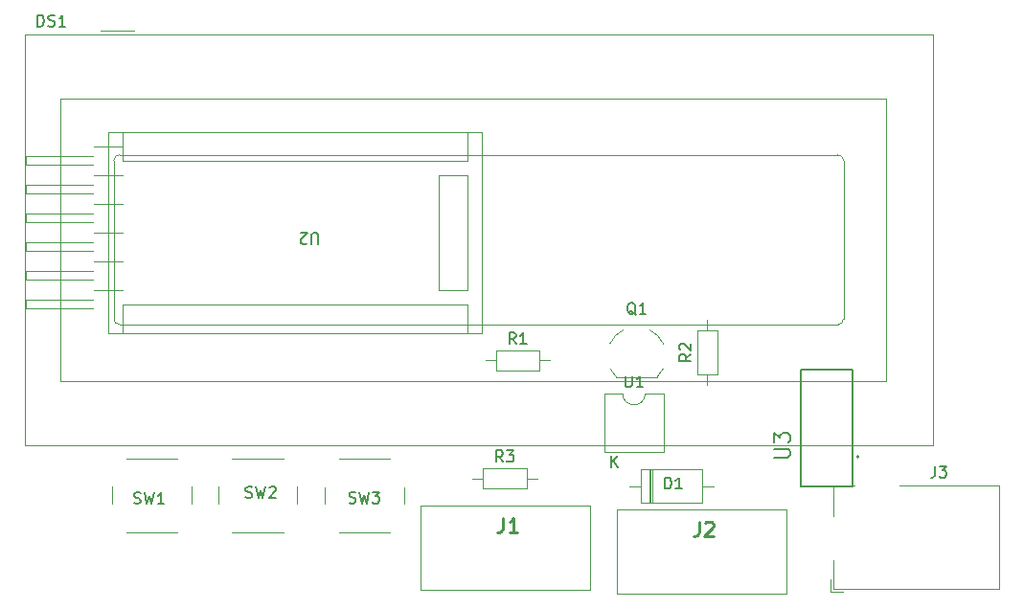
<source format=gbr>
%TF.GenerationSoftware,KiCad,Pcbnew,(6.0.0)*%
%TF.CreationDate,2022-02-01T13:32:59+07:00*%
%TF.ProjectId,egg_pro_mini,6567675f-7072-46f5-9f6d-696e692e6b69,rev?*%
%TF.SameCoordinates,Original*%
%TF.FileFunction,Legend,Top*%
%TF.FilePolarity,Positive*%
%FSLAX46Y46*%
G04 Gerber Fmt 4.6, Leading zero omitted, Abs format (unit mm)*
G04 Created by KiCad (PCBNEW (6.0.0)) date 2022-02-01 13:32:59*
%MOMM*%
%LPD*%
G01*
G04 APERTURE LIST*
%ADD10C,0.150000*%
%ADD11C,0.254000*%
%ADD12C,0.120000*%
%ADD13C,0.127000*%
%ADD14C,0.200000*%
%ADD15C,0.100000*%
G04 APERTURE END LIST*
D10*
%TO.C,R2*%
X159432380Y-80266666D02*
X158956190Y-80600000D01*
X159432380Y-80838095D02*
X158432380Y-80838095D01*
X158432380Y-80457142D01*
X158480000Y-80361904D01*
X158527619Y-80314285D01*
X158622857Y-80266666D01*
X158765714Y-80266666D01*
X158860952Y-80314285D01*
X158908571Y-80361904D01*
X158956190Y-80457142D01*
X158956190Y-80838095D01*
X158527619Y-79885714D02*
X158480000Y-79838095D01*
X158432380Y-79742857D01*
X158432380Y-79504761D01*
X158480000Y-79409523D01*
X158527619Y-79361904D01*
X158622857Y-79314285D01*
X158718095Y-79314285D01*
X158860952Y-79361904D01*
X159432380Y-79933333D01*
X159432380Y-79314285D01*
%TO.C,SW3*%
X129236666Y-93404761D02*
X129379523Y-93452380D01*
X129617619Y-93452380D01*
X129712857Y-93404761D01*
X129760476Y-93357142D01*
X129808095Y-93261904D01*
X129808095Y-93166666D01*
X129760476Y-93071428D01*
X129712857Y-93023809D01*
X129617619Y-92976190D01*
X129427142Y-92928571D01*
X129331904Y-92880952D01*
X129284285Y-92833333D01*
X129236666Y-92738095D01*
X129236666Y-92642857D01*
X129284285Y-92547619D01*
X129331904Y-92500000D01*
X129427142Y-92452380D01*
X129665238Y-92452380D01*
X129808095Y-92500000D01*
X130141428Y-92452380D02*
X130379523Y-93452380D01*
X130570000Y-92738095D01*
X130760476Y-93452380D01*
X130998571Y-92452380D01*
X131284285Y-92452380D02*
X131903333Y-92452380D01*
X131570000Y-92833333D01*
X131712857Y-92833333D01*
X131808095Y-92880952D01*
X131855714Y-92928571D01*
X131903333Y-93023809D01*
X131903333Y-93261904D01*
X131855714Y-93357142D01*
X131808095Y-93404761D01*
X131712857Y-93452380D01*
X131427142Y-93452380D01*
X131331904Y-93404761D01*
X131284285Y-93357142D01*
%TO.C,R3*%
X142823333Y-89782380D02*
X142490000Y-89306190D01*
X142251904Y-89782380D02*
X142251904Y-88782380D01*
X142632857Y-88782380D01*
X142728095Y-88830000D01*
X142775714Y-88877619D01*
X142823333Y-88972857D01*
X142823333Y-89115714D01*
X142775714Y-89210952D01*
X142728095Y-89258571D01*
X142632857Y-89306190D01*
X142251904Y-89306190D01*
X143156666Y-88782380D02*
X143775714Y-88782380D01*
X143442380Y-89163333D01*
X143585238Y-89163333D01*
X143680476Y-89210952D01*
X143728095Y-89258571D01*
X143775714Y-89353809D01*
X143775714Y-89591904D01*
X143728095Y-89687142D01*
X143680476Y-89734761D01*
X143585238Y-89782380D01*
X143299523Y-89782380D01*
X143204285Y-89734761D01*
X143156666Y-89687142D01*
%TO.C,U2*%
X126491904Y-70537619D02*
X126491904Y-69728095D01*
X126444285Y-69632857D01*
X126396666Y-69585238D01*
X126301428Y-69537619D01*
X126110952Y-69537619D01*
X126015714Y-69585238D01*
X125968095Y-69632857D01*
X125920476Y-69728095D01*
X125920476Y-70537619D01*
X125491904Y-70442380D02*
X125444285Y-70490000D01*
X125349047Y-70537619D01*
X125110952Y-70537619D01*
X125015714Y-70490000D01*
X124968095Y-70442380D01*
X124920476Y-70347142D01*
X124920476Y-70251904D01*
X124968095Y-70109047D01*
X125539523Y-69537619D01*
X124920476Y-69537619D01*
%TO.C,U3*%
X166797333Y-89421666D02*
X167930666Y-89421666D01*
X168064000Y-89355000D01*
X168130666Y-89288333D01*
X168197333Y-89155000D01*
X168197333Y-88888333D01*
X168130666Y-88755000D01*
X168064000Y-88688333D01*
X167930666Y-88621666D01*
X166797333Y-88621666D01*
X166797333Y-88088333D02*
X166797333Y-87221666D01*
X167330666Y-87688333D01*
X167330666Y-87488333D01*
X167397333Y-87355000D01*
X167464000Y-87288333D01*
X167597333Y-87221666D01*
X167930666Y-87221666D01*
X168064000Y-87288333D01*
X168130666Y-87355000D01*
X168197333Y-87488333D01*
X168197333Y-87888333D01*
X168130666Y-88021666D01*
X168064000Y-88088333D01*
%TO.C,DS1*%
X101695939Y-51287380D02*
X101695939Y-50287380D01*
X101934034Y-50287380D01*
X102076891Y-50335000D01*
X102172129Y-50430238D01*
X102219748Y-50525476D01*
X102267367Y-50715952D01*
X102267367Y-50858809D01*
X102219748Y-51049285D01*
X102172129Y-51144523D01*
X102076891Y-51239761D01*
X101934034Y-51287380D01*
X101695939Y-51287380D01*
X102648320Y-51239761D02*
X102791177Y-51287380D01*
X103029272Y-51287380D01*
X103124510Y-51239761D01*
X103172129Y-51192142D01*
X103219748Y-51096904D01*
X103219748Y-51001666D01*
X103172129Y-50906428D01*
X103124510Y-50858809D01*
X103029272Y-50811190D01*
X102838796Y-50763571D01*
X102743558Y-50715952D01*
X102695939Y-50668333D01*
X102648320Y-50573095D01*
X102648320Y-50477857D01*
X102695939Y-50382619D01*
X102743558Y-50335000D01*
X102838796Y-50287380D01*
X103076891Y-50287380D01*
X103219748Y-50335000D01*
X104172129Y-51287380D02*
X103600701Y-51287380D01*
X103886415Y-51287380D02*
X103886415Y-50287380D01*
X103791177Y-50430238D01*
X103695939Y-50525476D01*
X103600701Y-50573095D01*
%TO.C,J3*%
X181016666Y-90169880D02*
X181016666Y-90884166D01*
X180969047Y-91027023D01*
X180873809Y-91122261D01*
X180730952Y-91169880D01*
X180635714Y-91169880D01*
X181397619Y-90169880D02*
X182016666Y-90169880D01*
X181683333Y-90550833D01*
X181826190Y-90550833D01*
X181921428Y-90598452D01*
X181969047Y-90646071D01*
X182016666Y-90741309D01*
X182016666Y-90979404D01*
X181969047Y-91074642D01*
X181921428Y-91122261D01*
X181826190Y-91169880D01*
X181540476Y-91169880D01*
X181445238Y-91122261D01*
X181397619Y-91074642D01*
%TO.C,Q1*%
X154564761Y-76807619D02*
X154469523Y-76760000D01*
X154374285Y-76664761D01*
X154231428Y-76521904D01*
X154136190Y-76474285D01*
X154040952Y-76474285D01*
X154088571Y-76712380D02*
X153993333Y-76664761D01*
X153898095Y-76569523D01*
X153850476Y-76379047D01*
X153850476Y-76045714D01*
X153898095Y-75855238D01*
X153993333Y-75760000D01*
X154088571Y-75712380D01*
X154279047Y-75712380D01*
X154374285Y-75760000D01*
X154469523Y-75855238D01*
X154517142Y-76045714D01*
X154517142Y-76379047D01*
X154469523Y-76569523D01*
X154374285Y-76664761D01*
X154279047Y-76712380D01*
X154088571Y-76712380D01*
X155469523Y-76712380D02*
X154898095Y-76712380D01*
X155183809Y-76712380D02*
X155183809Y-75712380D01*
X155088571Y-75855238D01*
X154993333Y-75950476D01*
X154898095Y-75998095D01*
%TO.C,R1*%
X143973333Y-79362380D02*
X143640000Y-78886190D01*
X143401904Y-79362380D02*
X143401904Y-78362380D01*
X143782857Y-78362380D01*
X143878095Y-78410000D01*
X143925714Y-78457619D01*
X143973333Y-78552857D01*
X143973333Y-78695714D01*
X143925714Y-78790952D01*
X143878095Y-78838571D01*
X143782857Y-78886190D01*
X143401904Y-78886190D01*
X144925714Y-79362380D02*
X144354285Y-79362380D01*
X144640000Y-79362380D02*
X144640000Y-78362380D01*
X144544761Y-78505238D01*
X144449523Y-78600476D01*
X144354285Y-78648095D01*
D11*
%TO.C,J2*%
X160156666Y-95074523D02*
X160156666Y-95981666D01*
X160096190Y-96163095D01*
X159975238Y-96284047D01*
X159793809Y-96344523D01*
X159672857Y-96344523D01*
X160700952Y-95195476D02*
X160761428Y-95135000D01*
X160882380Y-95074523D01*
X161184761Y-95074523D01*
X161305714Y-95135000D01*
X161366190Y-95195476D01*
X161426666Y-95316428D01*
X161426666Y-95437380D01*
X161366190Y-95618809D01*
X160640476Y-96344523D01*
X161426666Y-96344523D01*
D10*
%TO.C,D1*%
X157141904Y-92162380D02*
X157141904Y-91162380D01*
X157380000Y-91162380D01*
X157522857Y-91210000D01*
X157618095Y-91305238D01*
X157665714Y-91400476D01*
X157713333Y-91590952D01*
X157713333Y-91733809D01*
X157665714Y-91924285D01*
X157618095Y-92019523D01*
X157522857Y-92114761D01*
X157380000Y-92162380D01*
X157141904Y-92162380D01*
X158665714Y-92162380D02*
X158094285Y-92162380D01*
X158380000Y-92162380D02*
X158380000Y-91162380D01*
X158284761Y-91305238D01*
X158189523Y-91400476D01*
X158094285Y-91448095D01*
X152378095Y-90282380D02*
X152378095Y-89282380D01*
X152949523Y-90282380D02*
X152520952Y-89710952D01*
X152949523Y-89282380D02*
X152378095Y-89853809D01*
%TO.C,U1*%
X153648095Y-82197380D02*
X153648095Y-83006904D01*
X153695714Y-83102142D01*
X153743333Y-83149761D01*
X153838571Y-83197380D01*
X154029047Y-83197380D01*
X154124285Y-83149761D01*
X154171904Y-83102142D01*
X154219523Y-83006904D01*
X154219523Y-82197380D01*
X155219523Y-83197380D02*
X154648095Y-83197380D01*
X154933809Y-83197380D02*
X154933809Y-82197380D01*
X154838571Y-82340238D01*
X154743333Y-82435476D01*
X154648095Y-82483095D01*
D11*
%TO.C,J1*%
X142836666Y-94754523D02*
X142836666Y-95661666D01*
X142776190Y-95843095D01*
X142655238Y-95964047D01*
X142473809Y-96024523D01*
X142352857Y-96024523D01*
X144106666Y-96024523D02*
X143380952Y-96024523D01*
X143743809Y-96024523D02*
X143743809Y-94754523D01*
X143622857Y-94935952D01*
X143501904Y-95056904D01*
X143380952Y-95117380D01*
D10*
%TO.C,SW1*%
X110226891Y-93444761D02*
X110369748Y-93492380D01*
X110607844Y-93492380D01*
X110703082Y-93444761D01*
X110750701Y-93397142D01*
X110798320Y-93301904D01*
X110798320Y-93206666D01*
X110750701Y-93111428D01*
X110703082Y-93063809D01*
X110607844Y-93016190D01*
X110417367Y-92968571D01*
X110322129Y-92920952D01*
X110274510Y-92873333D01*
X110226891Y-92778095D01*
X110226891Y-92682857D01*
X110274510Y-92587619D01*
X110322129Y-92540000D01*
X110417367Y-92492380D01*
X110655463Y-92492380D01*
X110798320Y-92540000D01*
X111131653Y-92492380D02*
X111369748Y-93492380D01*
X111560225Y-92778095D01*
X111750701Y-93492380D01*
X111988796Y-92492380D01*
X112893558Y-93492380D02*
X112322129Y-93492380D01*
X112607844Y-93492380D02*
X112607844Y-92492380D01*
X112512605Y-92635238D01*
X112417367Y-92730476D01*
X112322129Y-92778095D01*
%TO.C,SW2*%
X120086891Y-92934761D02*
X120229748Y-92982380D01*
X120467844Y-92982380D01*
X120563082Y-92934761D01*
X120610701Y-92887142D01*
X120658320Y-92791904D01*
X120658320Y-92696666D01*
X120610701Y-92601428D01*
X120563082Y-92553809D01*
X120467844Y-92506190D01*
X120277367Y-92458571D01*
X120182129Y-92410952D01*
X120134510Y-92363333D01*
X120086891Y-92268095D01*
X120086891Y-92172857D01*
X120134510Y-92077619D01*
X120182129Y-92030000D01*
X120277367Y-91982380D01*
X120515463Y-91982380D01*
X120658320Y-92030000D01*
X120991653Y-91982380D02*
X121229748Y-92982380D01*
X121420225Y-92268095D01*
X121610701Y-92982380D01*
X121848796Y-91982380D01*
X122182129Y-92077619D02*
X122229748Y-92030000D01*
X122324986Y-91982380D01*
X122563082Y-91982380D01*
X122658320Y-92030000D01*
X122705939Y-92077619D01*
X122753558Y-92172857D01*
X122753558Y-92268095D01*
X122705939Y-92410952D01*
X122134510Y-92982380D01*
X122753558Y-92982380D01*
D12*
%TO.C,R2*%
X160900000Y-82970000D02*
X160900000Y-82020000D01*
X161820000Y-78180000D02*
X159980000Y-78180000D01*
X159980000Y-78180000D02*
X159980000Y-82020000D01*
X160900000Y-77230000D02*
X160900000Y-78180000D01*
X159980000Y-82020000D02*
X161820000Y-82020000D01*
X161820000Y-82020000D02*
X161820000Y-78180000D01*
%TO.C,SW3*%
X127070000Y-92010000D02*
X127070000Y-93510000D01*
X132820000Y-89510000D02*
X128320000Y-89510000D01*
X128320000Y-96010000D02*
X132820000Y-96010000D01*
X134070000Y-93510000D02*
X134070000Y-92010000D01*
%TO.C,R3*%
X144910000Y-92170000D02*
X144910000Y-90330000D01*
X141070000Y-90330000D02*
X141070000Y-92170000D01*
X144910000Y-90330000D02*
X141070000Y-90330000D01*
X145860000Y-91250000D02*
X144910000Y-91250000D01*
X140120000Y-91250000D02*
X141070000Y-91250000D01*
X141070000Y-92170000D02*
X144910000Y-92170000D01*
%TO.C,U2*%
X106620000Y-68600000D02*
X100620000Y-68600000D01*
X100620000Y-67840000D02*
X106620000Y-67840000D01*
X106620000Y-76220000D02*
X100620000Y-76220000D01*
X109220000Y-74570000D02*
X106680000Y-74570000D01*
X100620000Y-76220000D02*
X100620000Y-75460000D01*
X109220000Y-78380000D02*
X139700000Y-78380000D01*
X139700000Y-60600000D02*
X139700000Y-63140000D01*
X107950000Y-78380000D02*
X107950000Y-60600000D01*
X109220000Y-72030000D02*
X106680000Y-72030000D01*
X137160000Y-74570000D02*
X137160000Y-64410000D01*
X100620000Y-68600000D02*
X100620000Y-67840000D01*
X109220000Y-66950000D02*
X106680000Y-66950000D01*
X100620000Y-75460000D02*
X106620000Y-75460000D01*
X109220000Y-69490000D02*
X106680000Y-69490000D01*
X100620000Y-72920000D02*
X106620000Y-72920000D01*
X139700000Y-63140000D02*
X109220000Y-63140000D01*
X100620000Y-63520000D02*
X100620000Y-62760000D01*
X100620000Y-70380000D02*
X106620000Y-70380000D01*
X139700000Y-74570000D02*
X137160000Y-74570000D01*
X100620000Y-62760000D02*
X106620000Y-62760000D01*
X106620000Y-73680000D02*
X100620000Y-73680000D01*
X140970000Y-60600000D02*
X140970000Y-78380000D01*
X100620000Y-65300000D02*
X106620000Y-65300000D01*
X109220000Y-60600000D02*
X139700000Y-60600000D01*
X106620000Y-71140000D02*
X100620000Y-71140000D01*
X109220000Y-75840000D02*
X109220000Y-78380000D01*
X100620000Y-66060000D02*
X100620000Y-65300000D01*
X109220000Y-61870000D02*
X106680000Y-61870000D01*
X100620000Y-73680000D02*
X100620000Y-72920000D01*
X137160000Y-64410000D02*
X139700000Y-64410000D01*
X106620000Y-63520000D02*
X100620000Y-63520000D01*
X106620000Y-66060000D02*
X100620000Y-66060000D01*
X139700000Y-78380000D02*
X139700000Y-75840000D01*
X109220000Y-63140000D02*
X109220000Y-60600000D01*
X100620000Y-71140000D02*
X100620000Y-70380000D01*
X139700000Y-64410000D02*
X139700000Y-74570000D01*
X139700000Y-75840000D02*
X109220000Y-75840000D01*
X109220000Y-64410000D02*
X106680000Y-64410000D01*
X140970000Y-78380000D02*
X107950000Y-78380000D01*
X107950000Y-60600000D02*
X140970000Y-60600000D01*
D13*
%TO.C,U3*%
X169148000Y-81600000D02*
X173748000Y-81600000D01*
X173748000Y-81600000D02*
X173748000Y-92000000D01*
X169148000Y-92000000D02*
X169148000Y-81600000D01*
X173748000Y-92000000D02*
X169148000Y-92000000D01*
D14*
X174303000Y-89350000D02*
G75*
G03*
X174303000Y-89350000I-100000J0D01*
G01*
D12*
%TO.C,DS1*%
X108930225Y-62645000D02*
X172430225Y-62645000D01*
X107230225Y-51645000D02*
X110230225Y-51645000D01*
X103730225Y-82645000D02*
X103730225Y-57645000D01*
X180870225Y-88285000D02*
X180870225Y-52005000D01*
X100590225Y-88285000D02*
X180870225Y-88285000D01*
X100590225Y-52005000D02*
X100590225Y-88285000D01*
X180870225Y-52005000D02*
X101390225Y-52005000D01*
X172930225Y-63145000D02*
X172930225Y-77145000D01*
X176730225Y-82645000D02*
X103730225Y-82645000D01*
X103730225Y-57645000D02*
X176730225Y-57645000D01*
X100600225Y-52005000D02*
X101390225Y-52005000D01*
X172430885Y-77645000D02*
X108930225Y-77645000D01*
X108430505Y-77144320D02*
X108430505Y-63145000D01*
X176730225Y-57645000D02*
X176730225Y-82645000D01*
X108430505Y-77144320D02*
G75*
G03*
X108930885Y-77644700I500380J0D01*
G01*
X172430885Y-77644700D02*
G75*
G03*
X172931265Y-77144320I0J500380D01*
G01*
X172930225Y-63145000D02*
G75*
G03*
X172430225Y-62645000I-500001J-1D01*
G01*
X108930885Y-62643460D02*
G75*
G03*
X108430505Y-63143840I0J-500380D01*
G01*
%TO.C,J3*%
X172850000Y-101267500D02*
X171800000Y-101267500D01*
X171800000Y-100217500D02*
X171800000Y-101267500D01*
X172000000Y-94567500D02*
X172000000Y-91867500D01*
X177900000Y-91867500D02*
X186700000Y-91867500D01*
X186700000Y-101067500D02*
X172000000Y-101067500D01*
X172000000Y-101067500D02*
X172000000Y-98467500D01*
X186700000Y-91867500D02*
X186700000Y-101067500D01*
X172000000Y-91867500D02*
X173900000Y-91867500D01*
%TO.C,Q1*%
X152850000Y-82300000D02*
X156450000Y-82300000D01*
X153510000Y-78100001D02*
G75*
G03*
X152282801Y-79346158I1139999J-2349998D01*
G01*
X156450000Y-82300000D02*
G75*
G03*
X156974184Y-81572795I-1799991J1849994D01*
G01*
X157005458Y-79351629D02*
G75*
G03*
X155760000Y-78100000I-2355460J-1098374D01*
G01*
X152325816Y-81572795D02*
G75*
G03*
X152850000Y-82300000I2324175J1122789D01*
G01*
%TO.C,R1*%
X141270000Y-80830000D02*
X142220000Y-80830000D01*
X142220000Y-81750000D02*
X146060000Y-81750000D01*
X146060000Y-81750000D02*
X146060000Y-79910000D01*
X142220000Y-79910000D02*
X142220000Y-81750000D01*
X147010000Y-80830000D02*
X146060000Y-80830000D01*
X146060000Y-79910000D02*
X142220000Y-79910000D01*
D15*
%TO.C,J2*%
X167870000Y-93970000D02*
X167870000Y-101470000D01*
X167870000Y-101470000D02*
X152870000Y-101470000D01*
X152870000Y-93970000D02*
X167870000Y-93970000D01*
X152870000Y-101470000D02*
X152870000Y-93970000D01*
D12*
%TO.C,D1*%
X155780000Y-90460000D02*
X155780000Y-93400000D01*
X155900000Y-90460000D02*
X155900000Y-93400000D01*
X156020000Y-90460000D02*
X156020000Y-93400000D01*
X155000000Y-90460000D02*
X155000000Y-93400000D01*
X160440000Y-90460000D02*
X155000000Y-90460000D01*
X160440000Y-93400000D02*
X160440000Y-90460000D01*
X155000000Y-93400000D02*
X160440000Y-93400000D01*
X153980000Y-91930000D02*
X155000000Y-91930000D01*
X161460000Y-91930000D02*
X160440000Y-91930000D01*
%TO.C,U1*%
X151760000Y-83745000D02*
X151760000Y-88945000D01*
X151760000Y-88945000D02*
X157060000Y-88945000D01*
X157060000Y-83745000D02*
X155410000Y-83745000D01*
X157060000Y-88945000D02*
X157060000Y-83745000D01*
X153410000Y-83745000D02*
X151760000Y-83745000D01*
X153410000Y-83745000D02*
G75*
G03*
X155410000Y-83745000I1000000J0D01*
G01*
D15*
%TO.C,J1*%
X135560000Y-93620000D02*
X150560000Y-93620000D01*
X135560000Y-101120000D02*
X135560000Y-93620000D01*
X150560000Y-93620000D02*
X150560000Y-101120000D01*
X150560000Y-101120000D02*
X135560000Y-101120000D01*
D12*
%TO.C,SW1*%
X115280000Y-93490000D02*
X115280000Y-91990000D01*
X108280000Y-91990000D02*
X108280000Y-93490000D01*
X109530000Y-95990000D02*
X114030000Y-95990000D01*
X114030000Y-89490000D02*
X109530000Y-89490000D01*
%TO.C,SW2*%
X124650000Y-93500000D02*
X124650000Y-92000000D01*
X118900000Y-96000000D02*
X123400000Y-96000000D01*
X117650000Y-92000000D02*
X117650000Y-93500000D01*
X123400000Y-89500000D02*
X118900000Y-89500000D01*
%TD*%
M02*

</source>
